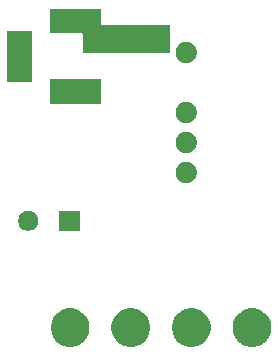
<source format=gbs>
G04 #@! TF.GenerationSoftware,KiCad,Pcbnew,5.1.5*
G04 #@! TF.CreationDate,2020-05-16T12:58:33+02:00*
G04 #@! TF.ProjectId,a500_pwr,61353030-5f70-4777-922e-6b696361645f,rev?*
G04 #@! TF.SameCoordinates,Original*
G04 #@! TF.FileFunction,Soldermask,Bot*
G04 #@! TF.FilePolarity,Negative*
%FSLAX46Y46*%
G04 Gerber Fmt 4.6, Leading zero omitted, Abs format (unit mm)*
G04 Created by KiCad (PCBNEW 5.1.5) date 2020-05-16 12:58:33*
%MOMM*%
%LPD*%
G04 APERTURE LIST*
%ADD10C,0.100000*%
G04 APERTURE END LIST*
D10*
G36*
X72511932Y-134974866D02*
G01*
X72810119Y-135098379D01*
X72810121Y-135098380D01*
X73078483Y-135277694D01*
X73306706Y-135505917D01*
X73306707Y-135505919D01*
X73486021Y-135774281D01*
X73609534Y-136072468D01*
X73672500Y-136389020D01*
X73672500Y-136711780D01*
X73609534Y-137028332D01*
X73486021Y-137326519D01*
X73486020Y-137326521D01*
X73306706Y-137594883D01*
X73078483Y-137823106D01*
X72810121Y-138002420D01*
X72810120Y-138002421D01*
X72810119Y-138002421D01*
X72511932Y-138125934D01*
X72195380Y-138188900D01*
X71872620Y-138188900D01*
X71556068Y-138125934D01*
X71257881Y-138002421D01*
X71257880Y-138002421D01*
X71257879Y-138002420D01*
X70989517Y-137823106D01*
X70761294Y-137594883D01*
X70581980Y-137326521D01*
X70581979Y-137326519D01*
X70458466Y-137028332D01*
X70395500Y-136711780D01*
X70395500Y-136389020D01*
X70458466Y-136072468D01*
X70581979Y-135774281D01*
X70761293Y-135505919D01*
X70761294Y-135505917D01*
X70989517Y-135277694D01*
X71257879Y-135098380D01*
X71257881Y-135098379D01*
X71556068Y-134974866D01*
X71872620Y-134911900D01*
X72195380Y-134911900D01*
X72511932Y-134974866D01*
G37*
G36*
X62251932Y-134974866D02*
G01*
X62550119Y-135098379D01*
X62550121Y-135098380D01*
X62818483Y-135277694D01*
X63046706Y-135505917D01*
X63046707Y-135505919D01*
X63226021Y-135774281D01*
X63349534Y-136072468D01*
X63412500Y-136389020D01*
X63412500Y-136711780D01*
X63349534Y-137028332D01*
X63226021Y-137326519D01*
X63226020Y-137326521D01*
X63046706Y-137594883D01*
X62818483Y-137823106D01*
X62550121Y-138002420D01*
X62550120Y-138002421D01*
X62550119Y-138002421D01*
X62251932Y-138125934D01*
X61935380Y-138188900D01*
X61612620Y-138188900D01*
X61296068Y-138125934D01*
X60997881Y-138002421D01*
X60997880Y-138002421D01*
X60997879Y-138002420D01*
X60729517Y-137823106D01*
X60501294Y-137594883D01*
X60321980Y-137326521D01*
X60321979Y-137326519D01*
X60198466Y-137028332D01*
X60135500Y-136711780D01*
X60135500Y-136389020D01*
X60198466Y-136072468D01*
X60321979Y-135774281D01*
X60501293Y-135505919D01*
X60501294Y-135505917D01*
X60729517Y-135277694D01*
X60997879Y-135098380D01*
X60997881Y-135098379D01*
X61296068Y-134974866D01*
X61612620Y-134911900D01*
X61935380Y-134911900D01*
X62251932Y-134974866D01*
G37*
G36*
X67381932Y-134974866D02*
G01*
X67680119Y-135098379D01*
X67680121Y-135098380D01*
X67948483Y-135277694D01*
X68176706Y-135505917D01*
X68176707Y-135505919D01*
X68356021Y-135774281D01*
X68479534Y-136072468D01*
X68542500Y-136389020D01*
X68542500Y-136711780D01*
X68479534Y-137028332D01*
X68356021Y-137326519D01*
X68356020Y-137326521D01*
X68176706Y-137594883D01*
X67948483Y-137823106D01*
X67680121Y-138002420D01*
X67680120Y-138002421D01*
X67680119Y-138002421D01*
X67381932Y-138125934D01*
X67065380Y-138188900D01*
X66742620Y-138188900D01*
X66426068Y-138125934D01*
X66127881Y-138002421D01*
X66127880Y-138002421D01*
X66127879Y-138002420D01*
X65859517Y-137823106D01*
X65631294Y-137594883D01*
X65451980Y-137326521D01*
X65451979Y-137326519D01*
X65328466Y-137028332D01*
X65265500Y-136711780D01*
X65265500Y-136389020D01*
X65328466Y-136072468D01*
X65451979Y-135774281D01*
X65631293Y-135505919D01*
X65631294Y-135505917D01*
X65859517Y-135277694D01*
X66127879Y-135098380D01*
X66127881Y-135098379D01*
X66426068Y-134974866D01*
X66742620Y-134911900D01*
X67065380Y-134911900D01*
X67381932Y-134974866D01*
G37*
G36*
X77641932Y-134974866D02*
G01*
X77940119Y-135098379D01*
X77940121Y-135098380D01*
X78208483Y-135277694D01*
X78436706Y-135505917D01*
X78436707Y-135505919D01*
X78616021Y-135774281D01*
X78739534Y-136072468D01*
X78802500Y-136389020D01*
X78802500Y-136711780D01*
X78739534Y-137028332D01*
X78616021Y-137326519D01*
X78616020Y-137326521D01*
X78436706Y-137594883D01*
X78208483Y-137823106D01*
X77940121Y-138002420D01*
X77940120Y-138002421D01*
X77940119Y-138002421D01*
X77641932Y-138125934D01*
X77325380Y-138188900D01*
X77002620Y-138188900D01*
X76686068Y-138125934D01*
X76387881Y-138002421D01*
X76387880Y-138002421D01*
X76387879Y-138002420D01*
X76119517Y-137823106D01*
X75891294Y-137594883D01*
X75711980Y-137326521D01*
X75711979Y-137326519D01*
X75588466Y-137028332D01*
X75525500Y-136711780D01*
X75525500Y-136389020D01*
X75588466Y-136072468D01*
X75711979Y-135774281D01*
X75891293Y-135505919D01*
X75891294Y-135505917D01*
X76119517Y-135277694D01*
X76387879Y-135098380D01*
X76387881Y-135098379D01*
X76686068Y-134974866D01*
X77002620Y-134911900D01*
X77325380Y-134911900D01*
X77641932Y-134974866D01*
G37*
G36*
X58470228Y-126689703D02*
G01*
X58625100Y-126753853D01*
X58764481Y-126846985D01*
X58883015Y-126965519D01*
X58976147Y-127104900D01*
X59040297Y-127259772D01*
X59073000Y-127424184D01*
X59073000Y-127591816D01*
X59040297Y-127756228D01*
X58976147Y-127911100D01*
X58883015Y-128050481D01*
X58764481Y-128169015D01*
X58625100Y-128262147D01*
X58470228Y-128326297D01*
X58305816Y-128359000D01*
X58138184Y-128359000D01*
X57973772Y-128326297D01*
X57818900Y-128262147D01*
X57679519Y-128169015D01*
X57560985Y-128050481D01*
X57467853Y-127911100D01*
X57403703Y-127756228D01*
X57371000Y-127591816D01*
X57371000Y-127424184D01*
X57403703Y-127259772D01*
X57467853Y-127104900D01*
X57560985Y-126965519D01*
X57679519Y-126846985D01*
X57818900Y-126753853D01*
X57973772Y-126689703D01*
X58138184Y-126657000D01*
X58305816Y-126657000D01*
X58470228Y-126689703D01*
G37*
G36*
X62573000Y-128359000D02*
G01*
X60871000Y-128359000D01*
X60871000Y-126657000D01*
X62573000Y-126657000D01*
X62573000Y-128359000D01*
G37*
G36*
X71713512Y-122523927D02*
G01*
X71862812Y-122553624D01*
X72026784Y-122621544D01*
X72174354Y-122720147D01*
X72299853Y-122845646D01*
X72398456Y-122993216D01*
X72466376Y-123157188D01*
X72501000Y-123331259D01*
X72501000Y-123508741D01*
X72466376Y-123682812D01*
X72398456Y-123846784D01*
X72299853Y-123994354D01*
X72174354Y-124119853D01*
X72026784Y-124218456D01*
X71862812Y-124286376D01*
X71713512Y-124316073D01*
X71688742Y-124321000D01*
X71511258Y-124321000D01*
X71486488Y-124316073D01*
X71337188Y-124286376D01*
X71173216Y-124218456D01*
X71025646Y-124119853D01*
X70900147Y-123994354D01*
X70801544Y-123846784D01*
X70733624Y-123682812D01*
X70699000Y-123508741D01*
X70699000Y-123331259D01*
X70733624Y-123157188D01*
X70801544Y-122993216D01*
X70900147Y-122845646D01*
X71025646Y-122720147D01*
X71173216Y-122621544D01*
X71337188Y-122553624D01*
X71486488Y-122523927D01*
X71511258Y-122519000D01*
X71688742Y-122519000D01*
X71713512Y-122523927D01*
G37*
G36*
X71713512Y-119983927D02*
G01*
X71862812Y-120013624D01*
X72026784Y-120081544D01*
X72174354Y-120180147D01*
X72299853Y-120305646D01*
X72398456Y-120453216D01*
X72466376Y-120617188D01*
X72501000Y-120791259D01*
X72501000Y-120968741D01*
X72466376Y-121142812D01*
X72398456Y-121306784D01*
X72299853Y-121454354D01*
X72174354Y-121579853D01*
X72026784Y-121678456D01*
X71862812Y-121746376D01*
X71713512Y-121776073D01*
X71688742Y-121781000D01*
X71511258Y-121781000D01*
X71486488Y-121776073D01*
X71337188Y-121746376D01*
X71173216Y-121678456D01*
X71025646Y-121579853D01*
X70900147Y-121454354D01*
X70801544Y-121306784D01*
X70733624Y-121142812D01*
X70699000Y-120968741D01*
X70699000Y-120791259D01*
X70733624Y-120617188D01*
X70801544Y-120453216D01*
X70900147Y-120305646D01*
X71025646Y-120180147D01*
X71173216Y-120081544D01*
X71337188Y-120013624D01*
X71486488Y-119983927D01*
X71511258Y-119979000D01*
X71688742Y-119979000D01*
X71713512Y-119983927D01*
G37*
G36*
X71713512Y-117443927D02*
G01*
X71862812Y-117473624D01*
X72026784Y-117541544D01*
X72174354Y-117640147D01*
X72299853Y-117765646D01*
X72398456Y-117913216D01*
X72466376Y-118077188D01*
X72501000Y-118251259D01*
X72501000Y-118428741D01*
X72466376Y-118602812D01*
X72398456Y-118766784D01*
X72299853Y-118914354D01*
X72174354Y-119039853D01*
X72026784Y-119138456D01*
X71862812Y-119206376D01*
X71713512Y-119236073D01*
X71688742Y-119241000D01*
X71511258Y-119241000D01*
X71486488Y-119236073D01*
X71337188Y-119206376D01*
X71173216Y-119138456D01*
X71025646Y-119039853D01*
X70900147Y-118914354D01*
X70801544Y-118766784D01*
X70733624Y-118602812D01*
X70699000Y-118428741D01*
X70699000Y-118251259D01*
X70733624Y-118077188D01*
X70801544Y-117913216D01*
X70900147Y-117765646D01*
X71025646Y-117640147D01*
X71173216Y-117541544D01*
X71337188Y-117473624D01*
X71486488Y-117443927D01*
X71511258Y-117439000D01*
X71688742Y-117439000D01*
X71713512Y-117443927D01*
G37*
G36*
X64351000Y-117643600D02*
G01*
X60049000Y-117643600D01*
X60049000Y-115541600D01*
X64351000Y-115541600D01*
X64351000Y-117643600D01*
G37*
G36*
X58551000Y-115743600D02*
G01*
X56449000Y-115743600D01*
X56449000Y-111441600D01*
X58551000Y-111441600D01*
X58551000Y-115743600D01*
G37*
G36*
X71713512Y-112363927D02*
G01*
X71862812Y-112393624D01*
X72026784Y-112461544D01*
X72174354Y-112560147D01*
X72299853Y-112685646D01*
X72398456Y-112833216D01*
X72466376Y-112997188D01*
X72501000Y-113171259D01*
X72501000Y-113348741D01*
X72466376Y-113522812D01*
X72398456Y-113686784D01*
X72299853Y-113834354D01*
X72174354Y-113959853D01*
X72026784Y-114058456D01*
X71862812Y-114126376D01*
X71713512Y-114156073D01*
X71688742Y-114161000D01*
X71511258Y-114161000D01*
X71486488Y-114156073D01*
X71337188Y-114126376D01*
X71173216Y-114058456D01*
X71025646Y-113959853D01*
X70900147Y-113834354D01*
X70801544Y-113686784D01*
X70733624Y-113522812D01*
X70699000Y-113348741D01*
X70699000Y-113171259D01*
X70733624Y-112997188D01*
X70801544Y-112833216D01*
X70900147Y-112685646D01*
X71025646Y-112560147D01*
X71173216Y-112461544D01*
X71337188Y-112393624D01*
X71486488Y-112363927D01*
X71511258Y-112359000D01*
X71688742Y-112359000D01*
X71713512Y-112363927D01*
G37*
G36*
X64351000Y-110822001D02*
G01*
X64353402Y-110846387D01*
X64360515Y-110869836D01*
X64372066Y-110891447D01*
X64387611Y-110910389D01*
X64406553Y-110925934D01*
X64428164Y-110937485D01*
X64451613Y-110944598D01*
X64475999Y-110947000D01*
X70231000Y-110947000D01*
X70231000Y-113335000D01*
X62865000Y-113335000D01*
X62865000Y-111768599D01*
X62862598Y-111744213D01*
X62855485Y-111720764D01*
X62843934Y-111699153D01*
X62828389Y-111680211D01*
X62809447Y-111664666D01*
X62787836Y-111653115D01*
X62764387Y-111646002D01*
X62740001Y-111643600D01*
X60049000Y-111643600D01*
X60049000Y-109541600D01*
X64351000Y-109541600D01*
X64351000Y-110822001D01*
G37*
M02*

</source>
